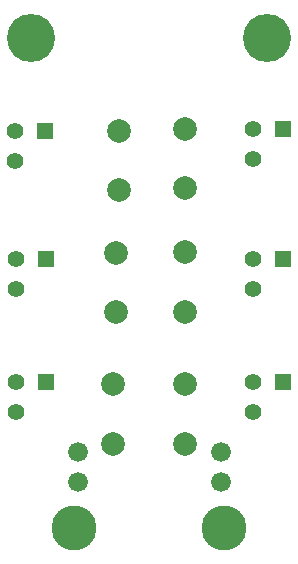
<source format=gbr>
G04 #@! TF.GenerationSoftware,KiCad,Pcbnew,5.0.2-5.fc29*
G04 #@! TF.CreationDate,2019-03-13T23:33:12-07:00*
G04 #@! TF.ProjectId,electroscope_pth,656c6563-7472-46f7-9363-6f70655f7074,rev?*
G04 #@! TF.SameCoordinates,Original*
G04 #@! TF.FileFunction,Copper,L2,Bot*
G04 #@! TF.FilePolarity,Positive*
%FSLAX46Y46*%
G04 Gerber Fmt 4.6, Leading zero omitted, Abs format (unit mm)*
G04 Created by KiCad (PCBNEW 5.0.2-5.fc29) date Wed 13 Mar 2019 11:33:12 PM PDT*
%MOMM*%
%LPD*%
G01*
G04 APERTURE LIST*
G04 #@! TA.AperFunction,ComponentPad*
%ADD10C,1.397000*%
G04 #@! TD*
G04 #@! TA.AperFunction,ComponentPad*
%ADD11R,1.397000X1.397000*%
G04 #@! TD*
G04 #@! TA.AperFunction,ComponentPad*
%ADD12C,1.998980*%
G04 #@! TD*
G04 #@! TA.AperFunction,ComponentPad*
%ADD13C,1.676400*%
G04 #@! TD*
G04 #@! TA.AperFunction,ComponentPad*
%ADD14C,4.064000*%
G04 #@! TD*
G04 #@! TA.AperFunction,ComponentPad*
%ADD15C,3.810000*%
G04 #@! TD*
G04 APERTURE END LIST*
D10*
G04 #@! TO.P,Q5,1*
G04 #@! TO.N,Net-(Q3-Pad2)*
X128412500Y-81346040D03*
G04 #@! TO.P,Q5,2*
G04 #@! TO.N,Net-(Q5-Pad2)*
X128412500Y-78806040D03*
D11*
G04 #@! TO.P,Q5,3*
G04 #@! TO.N,Net-(Q5-Pad3)*
X130952500Y-78806040D03*
G04 #@! TD*
D10*
G04 #@! TO.P,Q2,1*
G04 #@! TO.N,Net-(Q2-Pad1)*
X148511000Y-81153000D03*
G04 #@! TO.P,Q2,2*
G04 #@! TO.N,Net-(Q2-Pad2)*
X148511000Y-78613000D03*
D11*
G04 #@! TO.P,Q2,3*
G04 #@! TO.N,Net-(Q2-Pad3)*
X151051000Y-78613000D03*
G04 #@! TD*
D10*
G04 #@! TO.P,Q1,1*
G04 #@! TO.N,VCC*
X128425200Y-102552500D03*
G04 #@! TO.P,Q1,2*
G04 #@! TO.N,Net-(Q1-Pad2)*
X128425200Y-100012500D03*
D11*
G04 #@! TO.P,Q1,3*
G04 #@! TO.N,Net-(Q1-Pad3)*
X130965200Y-100012500D03*
G04 #@! TD*
D10*
G04 #@! TO.P,Q4,1*
G04 #@! TO.N,Net-(Q4-Pad1)*
X148511000Y-92138500D03*
G04 #@! TO.P,Q4,2*
G04 #@! TO.N,Net-(Q2-Pad1)*
X148511000Y-89598500D03*
D11*
G04 #@! TO.P,Q4,3*
G04 #@! TO.N,Net-(Q4-Pad3)*
X151051000Y-89598500D03*
G04 #@! TD*
D10*
G04 #@! TO.P,Q6,1*
G04 #@! TO.N,GND*
X148511000Y-102552500D03*
G04 #@! TO.P,Q6,2*
G04 #@! TO.N,Net-(Q4-Pad1)*
X148511000Y-100012500D03*
D11*
G04 #@! TO.P,Q6,3*
G04 #@! TO.N,Net-(D2-Pad2)*
X151051000Y-100012500D03*
G04 #@! TD*
G04 #@! TO.P,Q3,3*
G04 #@! TO.N,Net-(Q3-Pad3)*
X130965200Y-89598500D03*
D10*
G04 #@! TO.P,Q3,2*
G04 #@! TO.N,Net-(Q3-Pad2)*
X128425200Y-89598500D03*
G04 #@! TO.P,Q3,1*
G04 #@! TO.N,Net-(Q1-Pad2)*
X128425200Y-92138500D03*
G04 #@! TD*
D12*
G04 #@! TO.P,R3,1*
G04 #@! TO.N,Net-(Q3-Pad3)*
X136969000Y-89131140D03*
G04 #@! TO.P,R3,2*
G04 #@! TO.N,GND*
X136969000Y-94132400D03*
G04 #@! TD*
D13*
G04 #@! TO.P,D1,1*
G04 #@! TO.N,Net-(D1-Pad1)*
X133716000Y-105950000D03*
G04 #@! TO.P,D1,2*
G04 #@! TO.N,GND*
X133716000Y-108490000D03*
G04 #@! TD*
G04 #@! TO.P,D2,1*
G04 #@! TO.N,Net-(D2-Pad1)*
X145812000Y-105950000D03*
G04 #@! TO.P,D2,2*
G04 #@! TO.N,Net-(D2-Pad2)*
X145812000Y-108490000D03*
G04 #@! TD*
D12*
G04 #@! TO.P,R1,1*
G04 #@! TO.N,Net-(Q1-Pad3)*
X136715000Y-100243640D03*
G04 #@! TO.P,R1,2*
G04 #@! TO.N,Net-(D1-Pad1)*
X136715000Y-105244900D03*
G04 #@! TD*
G04 #@! TO.P,R2,1*
G04 #@! TO.N,VCC*
X142811000Y-83601560D03*
G04 #@! TO.P,R2,2*
G04 #@! TO.N,Net-(Q2-Pad3)*
X142811000Y-78600300D03*
G04 #@! TD*
G04 #@! TO.P,R4,1*
G04 #@! TO.N,VCC*
X142811000Y-94066360D03*
G04 #@! TO.P,R4,2*
G04 #@! TO.N,Net-(Q4-Pad3)*
X142811000Y-89065100D03*
G04 #@! TD*
G04 #@! TO.P,R5,1*
G04 #@! TO.N,Net-(Q5-Pad3)*
X137223000Y-78806040D03*
G04 #@! TO.P,R5,2*
G04 #@! TO.N,GND*
X137223000Y-83807300D03*
G04 #@! TD*
G04 #@! TO.P,R6,1*
G04 #@! TO.N,VCC*
X142811000Y-100243640D03*
G04 #@! TO.P,R6,2*
G04 #@! TO.N,Net-(D2-Pad1)*
X142811000Y-105244900D03*
G04 #@! TD*
D14*
G04 #@! TO.P,U1,1*
G04 #@! TO.N,Net-(Q2-Pad2)*
X149705000Y-70866000D03*
G04 #@! TD*
G04 #@! TO.P,U2,1*
G04 #@! TO.N,Net-(Q5-Pad2)*
X129746000Y-70866000D03*
G04 #@! TD*
D15*
G04 #@! TO.P,BT1,2*
G04 #@! TO.N,GND*
X146113500Y-112400200D03*
G04 #@! TO.P,BT1,1*
G04 #@! TO.N,VCC*
X133413500Y-112400200D03*
G04 #@! TD*
M02*

</source>
